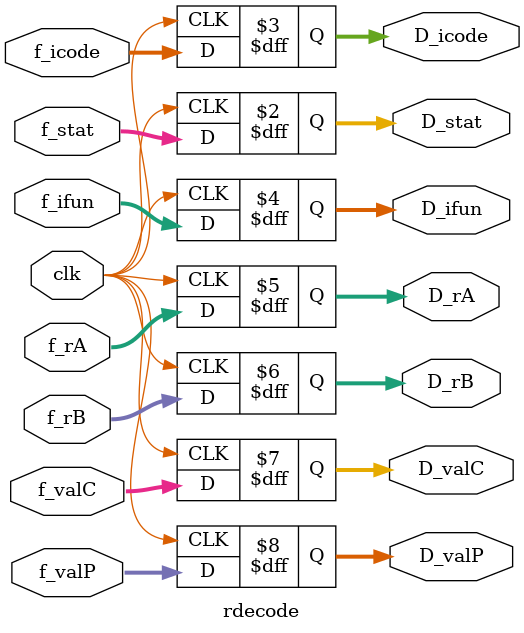
<source format=v>
module rdecode(clk, f_stat, f_icode, f_ifun ,f_rA, f_rB, f_valC, f_valP, D_stat, D_icode, D_ifun ,D_rA, D_rB, D_valC, D_valP);

    input clk;
    input [1:0] f_stat;
    input [3:0] f_icode, f_ifun, f_rA, f_rB;
    input [63:0] f_valC, f_valP;
    output [1:0] D_stat;
    output [3:0] D_icode, D_ifun, D_rA, D_rB;
    output [63:0] D_valC, D_valP;

    always @(posedge clk) begin
        D_stat <= f_stat;
        D_icode <= f_icode;
        D_ifun <= f_ifun;
        D_rA <= f_rA;
        D_rB <= f_rB;
        D_valC <= f_valC;
        D_valP <= f_valP;
    end

endmodule
</source>
